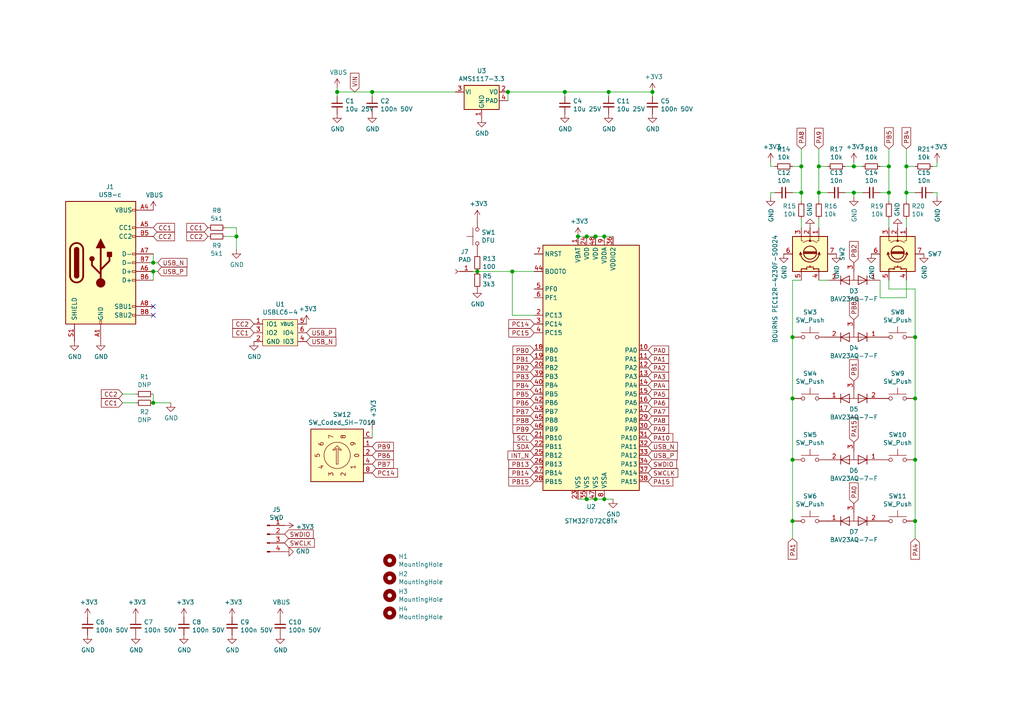
<source format=kicad_sch>
(kicad_sch (version 20200828) (generator eeschema)
  (page 1 1)
  (paper "A4")
  (lib_symbols
    (symbol "Connector:Conn_01x01_Female" (pin_names (offset 1.016) hide)
      (property "Reference" "J" (at 0 2.54 0))
      (property "Value" "Conn_01x01_Female" (at 0 -2.54 0))
      (symbol "Conn_01x01_Female_1_1"
        (arc (start 0 0.508) (end 0 -0.508) (radius (at 0 0) (length 0.508) (angles 90.1 -90.1)) (stroke (width 0.1524)))
        (polyline (pts (xy -1.27 0) (xy -0.508 0)) (stroke (width 0.1524)))
        (pin passive line (at -5.08 0 0) (length 3.81) (name "Pin_1") (number "1"))
      )
    )
    (symbol "Connector:Conn_01x04_Male" (pin_names (offset 1.016) hide)
      (property "Reference" "J" (at 0 5.08 0))
      (property "Value" "Conn_01x04_Male" (at 0 -7.62 0))
      (symbol "Conn_01x04_Male_1_1"
        (rectangle (start 0.8636 -4.953) (end 0 -5.207) (stroke (width 0.1524)) (fill (type outline)))
        (rectangle (start 0.8636 -2.413) (end 0 -2.667) (stroke (width 0.1524)) (fill (type outline)))
        (rectangle (start 0.8636 0.127) (end 0 -0.127) (stroke (width 0.1524)) (fill (type outline)))
        (rectangle (start 0.8636 2.667) (end 0 2.413) (stroke (width 0.1524)) (fill (type outline)))
        (polyline (pts (xy 1.27 -5.08) (xy 0.8636 -5.08)) (stroke (width 0.1524)))
        (polyline (pts (xy 1.27 -2.54) (xy 0.8636 -2.54)) (stroke (width 0.1524)))
        (polyline (pts (xy 1.27 0) (xy 0.8636 0)) (stroke (width 0.1524)))
        (polyline (pts (xy 1.27 2.54) (xy 0.8636 2.54)) (stroke (width 0.1524)))
        (pin passive line (at 5.08 2.54 180) (length 3.81) (name "Pin_1") (number "1"))
        (pin passive line (at 5.08 0 180) (length 3.81) (name "Pin_2") (number "2"))
        (pin passive line (at 5.08 -2.54 180) (length 3.81) (name "Pin_3") (number "3"))
        (pin passive line (at 5.08 -5.08 180) (length 3.81) (name "Pin_4") (number "4"))
      )
    )
    (symbol "Connector:USB_C_Receptacle_USB2.0" (pin_names (offset 1.016))
      (property "Reference" "J" (at -10.16 19.05 0))
      (property "Value" "USB_C_Receptacle_USB2.0" (at 19.05 19.05 0))
      (symbol "USB_C_Receptacle_USB2.0_0_1"
        (arc (start -8.89 -3.81) (end -5.08 -3.81) (radius (at -6.985 -3.81) (length 1.905) (angles -179.9 -0.1)) (stroke (width 0.508)))
        (arc (start -7.62 -3.81) (end -6.35 -3.81) (radius (at -6.985 -3.81) (length 0.635) (angles -179.9 -0.1)) (stroke (width 0.254)))
        (arc (start -7.62 -3.81) (end -6.35 -3.81) (radius (at -6.985 -3.81) (length 0.635) (angles -179.9 -0.1)) (stroke (width 0.254)) (fill (type outline)))
        (arc (start -6.35 3.81) (end -7.62 3.81) (radius (at -6.985 3.81) (length 0.635) (angles 0.1 179.9)) (stroke (width 0.254)) (fill (type outline)))
        (arc (start -6.35 3.81) (end -7.62 3.81) (radius (at -6.985 3.81) (length 0.635) (angles 0.1 179.9)) (stroke (width 0.254)))
        (arc (start -5.08 3.81) (end -8.89 3.81) (radius (at -6.985 3.81) (length 1.905) (angles 0.1 179.9)) (stroke (width 0.508)))
        (circle (center -2.54 1.143) (radius 0.635) (stroke (width 0.254)) (fill (type outline)))
        (circle (center 0 -5.842) (radius 1.27) (fill (type outline)))
        (rectangle (start -10.16 17.78) (end 10.16 -17.78) (stroke (width 0.254)) (fill (type background)))
        (rectangle (start -7.62 -3.81) (end -6.35 3.81) (stroke (width 0.254)) (fill (type outline)))
        (rectangle (start 1.905 1.778) (end 3.175 3.048) (stroke (width 0.254)) (fill (type outline)))
        (polyline (pts (xy -8.89 -3.81) (xy -8.89 3.81)) (stroke (width 0.508)))
        (polyline (pts (xy -5.08 3.81) (xy -5.08 -3.81)) (stroke (width 0.508)))
        (polyline (pts (xy 0 -5.842) (xy 0 4.318)) (stroke (width 0.508)))
        (polyline (pts (xy 0 -3.302) (xy -2.54 -0.762) (xy -2.54 0.508)) (stroke (width 0.508)))
        (polyline (pts (xy 0 -2.032) (xy 2.54 0.508) (xy 2.54 1.778)) (stroke (width 0.508)))
        (polyline (pts (xy -1.27 4.318) (xy 0 6.858) (xy 1.27 4.318) (xy -1.27 4.318)) (stroke (width 0.254)) (fill (type outline)))
      )
      (symbol "USB_C_Receptacle_USB2.0_0_0"
        (rectangle (start -0.254 -17.78) (end 0.254 -16.764))
        (rectangle (start 10.16 -14.986) (end 9.144 -15.494))
        (rectangle (start 10.16 -12.446) (end 9.144 -12.954))
        (rectangle (start 10.16 -4.826) (end 9.144 -5.334))
        (rectangle (start 10.16 -2.286) (end 9.144 -2.794))
        (rectangle (start 10.16 0.254) (end 9.144 -0.254))
        (rectangle (start 10.16 2.794) (end 9.144 2.286))
        (rectangle (start 10.16 7.874) (end 9.144 7.366))
        (rectangle (start 10.16 10.414) (end 9.144 9.906))
        (rectangle (start 10.16 15.494) (end 9.144 14.986))
      )
      (symbol "USB_C_Receptacle_USB2.0_1_1"
        (pin power_in line (at 0 -22.86 90) (length 5.08) (name "GND") (number "A1"))
        (pin passive line (at 0 -22.86 90) (length 5.08) hide (name "GND") (number "A12"))
        (pin power_in line (at 15.24 15.24 180) (length 5.08) (name "VBUS") (number "A4"))
        (pin bidirectional line (at 15.24 10.16 180) (length 5.08) (name "CC1") (number "A5"))
        (pin bidirectional line (at 15.24 -2.54 180) (length 5.08) (name "D+") (number "A6"))
        (pin bidirectional line (at 15.24 2.54 180) (length 5.08) (name "D-") (number "A7"))
        (pin bidirectional line (at 15.24 -12.7 180) (length 5.08) (name "SBU1") (number "A8"))
        (pin passive line (at 15.24 15.24 180) (length 5.08) hide (name "VBUS") (number "A9"))
        (pin passive line (at 0 -22.86 90) (length 5.08) hide (name "GND") (number "B1"))
        (pin passive line (at 0 -22.86 90) (length 5.08) hide (name "GND") (number "B12"))
        (pin passive line (at 15.24 15.24 180) (length 5.08) hide (name "VBUS") (number "B4"))
        (pin bidirectional line (at 15.24 7.62 180) (length 5.08) (name "CC2") (number "B5"))
        (pin bidirectional line (at 15.24 -5.08 180) (length 5.08) (name "D+") (number "B6"))
        (pin bidirectional line (at 15.24 0 180) (length 5.08) (name "D-") (number "B7"))
        (pin bidirectional line (at 15.24 -15.24 180) (length 5.08) (name "SBU2") (number "B8"))
        (pin passive line (at 15.24 15.24 180) (length 5.08) hide (name "VBUS") (number "B9"))
        (pin passive line (at -7.62 -22.86 90) (length 5.08) (name "SHIELD") (number "S1"))
      )
    )
    (symbol "Device:C_Small" (pin_numbers hide) (pin_names (offset 0.254) hide)
      (property "Reference" "C" (at 0.254 1.778 0))
      (property "Value" "C_Small" (at 0.254 -2.032 0))
      (symbol "C_Small_0_1"
        (polyline (pts (xy -1.524 -0.508) (xy 1.524 -0.508)) (stroke (width 0.3302)))
        (polyline (pts (xy -1.524 0.508) (xy 1.524 0.508)) (stroke (width 0.3048)))
      )
      (symbol "C_Small_1_1"
        (pin passive line (at 0 2.54 270) (length 2.032) (name "~") (number "1"))
        (pin passive line (at 0 -2.54 90) (length 2.032) (name "~") (number "2"))
      )
    )
    (symbol "Device:D_x2_ACom_KKA" (pin_names (offset 0.762) hide)
      (property "Reference" "D" (at 1.27 -2.54 0))
      (property "Value" "D_x2_ACom_KKA" (at 0 2.54 0))
      (symbol "D_x2_ACom_KKA_0_1"
        (polyline (pts (xy -3.81 0) (xy 3.81 0)))
        (polyline (pts (xy 0 0) (xy 0 -2.54)))
        (polyline (pts (xy -3.81 1.27) (xy -3.81 -1.27) (xy -3.81 -1.27)) (stroke (width 0.2032)))
        (polyline (pts (xy 3.81 1.27) (xy 3.81 -1.27) (xy 3.81 -1.27)) (stroke (width 0.2032)))
        (polyline (pts (xy -1.27 -1.27) (xy -3.81 0) (xy -1.27 1.27) (xy -1.27 -1.27) (xy -1.27 -1.27) (xy -1.27 -1.27)) (stroke (width 0.2032)))
        (polyline (pts (xy 1.27 1.27) (xy 3.81 0) (xy 1.27 -1.27) (xy 1.27 1.27) (xy 1.27 1.27) (xy 1.27 1.27)) (stroke (width 0.2032)))
        (pin passive line (at -7.62 0 0) (length 3.81) (name "K") (number "1"))
        (pin passive line (at 7.62 0 180) (length 3.81) (name "K") (number "2"))
        (pin passive line (at 0 -5.08 90) (length 2.54) (name "A") (number "3"))
      )
    )
    (symbol "Device:R_Small" (pin_numbers hide) (pin_names (offset 0.254) hide)
      (property "Reference" "R" (at 0.762 0.508 0))
      (property "Value" "R_Small" (at 0.762 -1.016 0))
      (symbol "R_Small_0_1"
        (rectangle (start -0.762 1.778) (end 0.762 -1.778) (stroke (width 0.2032)))
      )
      (symbol "R_Small_1_1"
        (pin passive line (at 0 2.54 270) (length 0.762) (name "~") (number "1"))
        (pin passive line (at 0 -2.54 90) (length 0.762) (name "~") (number "2"))
      )
    )
    (symbol "MCU_ST_STM32F0:STM32F072C8Tx"
      (property "Reference" "U" (at -15.24 36.83 0))
      (property "Value" "STM32F072C8Tx" (at 7.62 36.83 0))
      (symbol "STM32F072C8Tx_0_1"
        (rectangle (start -15.24 -35.56) (end 12.7 35.56) (stroke (width 0.254)) (fill (type background)))
      )
      (symbol "STM32F072C8Tx_1_1"
        (pin input line (at -17.78 27.94 0) (length 2.54) (name "BOOT0") (number "44"))
        (pin input line (at -17.78 33.02 0) (length 2.54) (name "NRST") (number "7"))
        (pin bidirectional line (at 15.24 5.08 180) (length 2.54) (name "PA0") (number "10"))
        (pin bidirectional line (at 15.24 2.54 180) (length 2.54) (name "PA1") (number "11"))
        (pin bidirectional line (at 15.24 -20.32 180) (length 2.54) (name "PA10") (number "31"))
        (pin bidirectional line (at 15.24 -22.86 180) (length 2.54) (name "PA11") (number "32"))
        (pin bidirectional line (at 15.24 -25.4 180) (length 2.54) (name "PA12") (number "33"))
        (pin bidirectional line (at 15.24 -27.94 180) (length 2.54) (name "PA13") (number "34"))
        (pin bidirectional line (at 15.24 -30.48 180) (length 2.54) (name "PA14") (number "37"))
        (pin bidirectional line (at 15.24 -33.02 180) (length 2.54) (name "PA15") (number "38"))
        (pin bidirectional line (at 15.24 0 180) (length 2.54) (name "PA2") (number "12"))
        (pin bidirectional line (at 15.24 -2.54 180) (length 2.54) (name "PA3") (number "13"))
        (pin bidirectional line (at 15.24 -5.08 180) (length 2.54) (name "PA4") (number "14"))
        (pin bidirectional line (at 15.24 -7.62 180) (length 2.54) (name "PA5") (number "15"))
        (pin bidirectional line (at 15.24 -10.16 180) (length 2.54) (name "PA6") (number "16"))
        (pin bidirectional line (at 15.24 -12.7 180) (length 2.54) (name "PA7") (number "17"))
        (pin bidirectional line (at 15.24 -15.24 180) (length 2.54) (name "PA8") (number "29"))
        (pin bidirectional line (at 15.24 -17.78 180) (length 2.54) (name "PA9") (number "30"))
        (pin bidirectional line (at -17.78 5.08 0) (length 2.54) (name "PB0") (number "18"))
        (pin bidirectional line (at -17.78 2.54 0) (length 2.54) (name "PB1") (number "19"))
        (pin bidirectional line (at -17.78 -20.32 0) (length 2.54) (name "PB10") (number "21"))
        (pin bidirectional line (at -17.78 -22.86 0) (length 2.54) (name "PB11") (number "22"))
        (pin bidirectional line (at -17.78 -25.4 0) (length 2.54) (name "PB12") (number "25"))
        (pin bidirectional line (at -17.78 -27.94 0) (length 2.54) (name "PB13") (number "26"))
        (pin bidirectional line (at -17.78 -30.48 0) (length 2.54) (name "PB14") (number "27"))
        (pin bidirectional line (at -17.78 -33.02 0) (length 2.54) (name "PB15") (number "28"))
        (pin bidirectional line (at -17.78 0 0) (length 2.54) (name "PB2") (number "20"))
        (pin bidirectional line (at -17.78 -2.54 0) (length 2.54) (name "PB3") (number "39"))
        (pin bidirectional line (at -17.78 -5.08 0) (length 2.54) (name "PB4") (number "40"))
        (pin bidirectional line (at -17.78 -7.62 0) (length 2.54) (name "PB5") (number "41"))
        (pin bidirectional line (at -17.78 -10.16 0) (length 2.54) (name "PB6") (number "42"))
        (pin bidirectional line (at -17.78 -12.7 0) (length 2.54) (name "PB7") (number "43"))
        (pin bidirectional line (at -17.78 -15.24 0) (length 2.54) (name "PB8") (number "45"))
        (pin bidirectional line (at -17.78 -17.78 0) (length 2.54) (name "PB9") (number "46"))
        (pin bidirectional line (at -17.78 15.24 0) (length 2.54) (name "PC13") (number "2"))
        (pin bidirectional line (at -17.78 12.7 0) (length 2.54) (name "PC14") (number "3"))
        (pin bidirectional line (at -17.78 10.16 0) (length 2.54) (name "PC15") (number "4"))
        (pin input line (at -17.78 22.86 0) (length 2.54) (name "PF0") (number "5"))
        (pin input line (at -17.78 20.32 0) (length 2.54) (name "PF1") (number "6"))
        (pin power_in line (at -5.08 38.1 270) (length 2.54) (name "VBAT") (number "1"))
        (pin power_in line (at -2.54 38.1 270) (length 2.54) (name "VDD") (number "24"))
        (pin power_in line (at 0 38.1 270) (length 2.54) (name "VDD") (number "48"))
        (pin power_in line (at 2.54 38.1 270) (length 2.54) (name "VDDA") (number "9"))
        (pin power_in line (at 5.08 38.1 270) (length 2.54) (name "VDDIO2") (number "36"))
        (pin power_in line (at -5.08 -38.1 90) (length 2.54) (name "VSS") (number "23"))
        (pin power_in line (at -2.54 -38.1 90) (length 2.54) (name "VSS") (number "35"))
        (pin power_in line (at 0 -38.1 90) (length 2.54) (name "VSS") (number "47"))
        (pin power_in line (at 2.54 -38.1 90) (length 2.54) (name "VSSA") (number "8"))
      )
    )
    (symbol "Mechanical:MountingHole" (pin_names (offset 1.016))
      (property "Reference" "H" (at 0 5.08 0))
      (property "Value" "MountingHole" (at 0 3.175 0))
      (symbol "MountingHole_0_1"
        (circle (center 0 0) (radius 1.27) (stroke (width 1.27)))
      )
    )
    (symbol "New_Library:Rotary_Encoder_Switch_with_gnd" (pin_names (offset 0.254) hide)
      (property "Reference" "SW" (at 3.81 6.35 0))
      (property "Value" "Rotary_Encoder_Switch_with_gnd" (at 12.7 -6.35 0))
      (symbol "Rotary_Encoder_Switch_with_gnd_0_1"
        (arc (start -0.381 -2.794) (end -0.381 2.667) (radius (at -0.381 -0.0508) (length 2.7432) (angles -89.9 89.9)) (stroke (width 0.254)))
        (circle (center -3.81 0) (radius 0.254) (fill (type outline)))
        (circle (center -0.381 0) (radius 1.905) (stroke (width 0.254)))
        (circle (center 4.318 -1.016) (radius 0.127) (stroke (width 0.254)))
        (circle (center 4.318 1.016) (radius 0.127) (stroke (width 0.254)))
        (rectangle (start -5.08 5.08) (end 5.08 -5.08) (stroke (width 0.254)) (fill (type background)))
        (polyline (pts (xy -0.635 -1.778) (xy -0.635 1.778)) (stroke (width 0.254)))
        (polyline (pts (xy -0.381 -1.778) (xy -0.381 1.778)) (stroke (width 0.254)))
        (polyline (pts (xy -0.127 1.778) (xy -0.127 -1.778)) (stroke (width 0.254)))
        (polyline (pts (xy 3.81 0) (xy 3.429 0)) (stroke (width 0.254)))
        (polyline (pts (xy 3.81 1.016) (xy 3.81 -1.016)) (stroke (width 0.254)))
        (polyline (pts (xy -5.08 -2.54) (xy -3.81 -2.54) (xy -3.81 -2.032)))
        (polyline (pts (xy -5.08 2.54) (xy -3.81 2.54) (xy -3.81 2.032)))
        (polyline (pts (xy 0.254 -3.048) (xy -0.508 -2.794) (xy 0.127 -2.413)) (stroke (width 0.254)))
        (polyline (pts (xy 0.254 2.921) (xy -0.508 2.667) (xy 0.127 2.286)) (stroke (width 0.254)))
        (polyline (pts (xy 5.08 -2.54) (xy 4.318 -2.54) (xy 4.318 -1.016)) (stroke (width 0.254)))
        (polyline (pts (xy 5.08 2.54) (xy 4.318 2.54) (xy 4.318 1.016)) (stroke (width 0.254)))
        (polyline (pts (xy -5.08 0) (xy -3.81 0) (xy -3.81 -1.016) (xy -3.302 -2.032)))
        (polyline (pts (xy -4.318 0) (xy -3.81 0) (xy -3.81 1.016) (xy -3.302 2.032)))
      )
      (symbol "Rotary_Encoder_Switch_with_gnd_1_1"
        (pin passive line (at -7.62 2.54 0) (length 2.54) (name "A") (number "1"))
        (pin passive line (at -7.62 0 0) (length 2.54) (name "C") (number "2"))
        (pin passive line (at -7.62 -2.54 0) (length 2.54) (name "B") (number "3"))
        (pin passive line (at 7.62 2.54 180) (length 2.54) (name "S1") (number "4"))
        (pin passive line (at 7.62 -2.54 180) (length 2.54) (name "S2") (number "5"))
        (pin passive line (at 0 -7.62 90) (length 2.54) (name "case") (number "6"))
        (pin passive line (at 0 7.62 270) (length 2.54) (name "case") (number "7"))
      )
    )
    (symbol "OtterPill-rescue:USBLC6-4-otter" (pin_names (offset 1.016))
      (property "Reference" "U" (at 0 7.62 0))
      (property "Value" "USBLC6-4-otter" (at 0 5.08 0))
      (symbol "USBLC6-4-otter_0_1"
        (rectangle (start -5.08 3.81) (end 5.08 -3.81) (fill (type background)))
      )
      (symbol "USBLC6-4-otter_1_1"
        (pin input line (at -7.62 2.54 0) (length 2.54) (name "IO1") (number "1"))
        (pin input line (at -7.62 -2.54 0) (length 2.54) (name "GND") (number "2"))
        (pin input line (at -7.62 0 0) (length 2.54) (name "IO2") (number "3"))
        (pin input line (at 7.62 -2.54 180) (length 2.54) (name "IO3") (number "4"))
        (pin input line (at 7.62 2.54 180) (length 2.54) (name "VBUS") (number "5"))
        (pin input line (at 7.62 0 180) (length 2.54) (name "IO4") (number "6"))
      )
    )
    (symbol "Regulator_Linear:AMS1117-3.3" (pin_names (offset 0.254))
      (property "Reference" "U" (at -3.81 3.175 0))
      (property "Value" "AMS1117-3.3" (at 0 3.175 0))
      (symbol "AMS1117-3.3_0_1"
        (rectangle (start -5.08 -5.08) (end 5.08 1.905) (stroke (width 0.254)) (fill (type background)))
      )
      (symbol "AMS1117-3.3_1_1"
        (pin power_in line (at 0 -7.62 90) (length 2.54) (name "GND") (number "1"))
        (pin power_out line (at 7.62 0 180) (length 2.54) (name "VO") (number "2"))
        (pin power_in line (at -7.62 0 0) (length 2.54) (name "VI") (number "3"))
        (pin power_out line (at 7.62 -2.54 180) (length 2.54) (name "PAD") (number "4"))
      )
    )
    (symbol "Switch:SW_Coded_SH-7010" (pin_names hide)
      (property "Reference" "SW" (at -7.62 8.89 0))
      (property "Value" "SW_Coded_SH-7010" (at -7.62 -8.89 0))
      (symbol "SW_Coded_SH-7010_0_1"
        (circle (center 0 0) (radius 3.81))
        (rectangle (start 7.62 7.62) (end -7.62 -7.62) (stroke (width 0.254)) (fill (type background)))
        (polyline (pts (xy -0.254 -2.54) (xy -0.254 2.032) (xy -0.762 1.524) (xy -1.27 1.524) (xy 0 2.794) (xy 1.27 1.524) (xy 0.762 1.524) (xy 0.254 2.032) (xy 0.254 -2.54) (xy -0.254 -2.54) (xy -0.254 -2.54)))
      )
      (symbol "SW_Coded_SH-7010_0_0"
        (text "0" (at 5.715 0 2700) (effects (font (size 1.27 1.27))))
        (text "1" (at 4.6228 -3.3528 2340) (effects (font (size 1.27 1.27))))
        (text "2" (at 1.778 -5.4356 1980) (effects (font (size 1.27 1.27))))
        (text "3" (at -1.778 -5.4356 1620) (effects (font (size 1.27 1.27))))
        (text "4" (at -4.6228 -3.3528 1260) (effects (font (size 1.27 1.27))))
        (text "5" (at -5.715 0 900) (effects (font (size 1.27 1.27))))
        (text "6" (at -4.6228 3.3528 540) (effects (font (size 1.27 1.27))))
        (text "7" (at -1.778 5.4356 180) (effects (font (size 1.27 1.27))))
        (text "8" (at 1.778 5.4356 3420) (effects (font (size 1.27 1.27))))
        (text "9" (at 4.6228 3.3528 3060) (effects (font (size 1.27 1.27))))
      )
      (symbol "SW_Coded_SH-7010_1_1"
        (pin passive line (at 10.16 2.54 180) (length 2.54) (name "1") (number "1"))
        (pin passive line (at 10.16 0 180) (length 2.54) (name "2") (number "2"))
        (pin passive line (at 10.16 -2.54 180) (length 2.54) (name "4") (number "4"))
        (pin passive line (at 10.16 -5.08 180) (length 2.54) (name "8") (number "8"))
        (pin passive line (at 10.16 5.08 180) (length 2.54) (name "C") (number "C"))
      )
    )
    (symbol "Switch:SW_Push" (pin_numbers hide) (pin_names (offset 1.016) hide)
      (property "Reference" "SW" (at 1.27 2.54 0))
      (property "Value" "SW_Push" (at 0 -1.524 0))
      (symbol "SW_Push_0_1"
        (circle (center -2.032 0) (radius 0.508))
        (circle (center 2.032 0) (radius 0.508))
        (polyline (pts (xy 0 1.27) (xy 0 3.048)))
        (polyline (pts (xy 2.54 1.27) (xy -2.54 1.27)))
        (pin passive line (at -5.08 0 0) (length 2.54) (name "1") (number "1"))
        (pin passive line (at 5.08 0 180) (length 2.54) (name "2") (number "2"))
      )
    )
    (symbol "power:+3V3" (power) (pin_names (offset 0))
      (property "Value" "+3V3" (at 0 3.556 0))
      (symbol "+3V3_0_1"
        (polyline (pts (xy -0.762 1.27) (xy 0 2.54)))
        (polyline (pts (xy 0 0) (xy 0 2.54)))
        (polyline (pts (xy 0 2.54) (xy 0.762 1.27)))
      )
      (symbol "+3V3_1_1"
        (pin power_in line (at 0 0 90) (length 0) hide (name "+3V3") (number "1"))
      )
    )
    (symbol "power:GND" (power) (pin_names (offset 0))
      (property "Value" "GND" (at 0 -3.81 0))
      (symbol "GND_0_1"
        (polyline (pts (xy 0 0) (xy 0 -1.27) (xy 1.27 -1.27) (xy 0 -2.54) (xy -1.27 -1.27) (xy 0 -1.27)))
      )
      (symbol "GND_1_1"
        (pin power_in line (at 0 0 270) (length 0) hide (name "GND") (number "1"))
      )
    )
    (symbol "power:VBUS" (power) (pin_names (offset 0))
      (property "Value" "VBUS" (at 0 3.81 0))
      (symbol "VBUS_0_1"
        (polyline (pts (xy -0.762 1.27) (xy 0 2.54)))
        (polyline (pts (xy 0 0) (xy 0 2.54)))
        (polyline (pts (xy 0 2.54) (xy 0.762 1.27)))
      )
      (symbol "VBUS_1_1"
        (pin power_in line (at 0 0 90) (length 0) hide (name "VBUS") (number "1"))
      )
    )
  )
  (junction (at 44.45 76.2) (diameter 1.016))
  (junction (at 44.45 78.74) (diameter 1.016))
  (junction (at 44.45 116.84) (diameter 1.016))
  (junction (at 68.58 68.58) (diameter 1.016))
  (junction (at 97.79 26.67) (diameter 1.016))
  (junction (at 107.95 26.67) (diameter 1.016))
  (junction (at 138.43 78.74) (diameter 1.016))
  (junction (at 147.32 26.67) (diameter 1.016))
  (junction (at 148.59 78.74) (diameter 1.016))
  (junction (at 163.83 26.67) (diameter 1.016))
  (junction (at 167.64 68.58) (diameter 1.016))
  (junction (at 170.18 68.58) (diameter 1.016))
  (junction (at 170.18 144.78) (diameter 1.016))
  (junction (at 172.72 68.58) (diameter 1.016))
  (junction (at 172.72 144.78) (diameter 1.016))
  (junction (at 175.26 68.58) (diameter 1.016))
  (junction (at 175.26 144.78) (diameter 1.016))
  (junction (at 176.53 26.67) (diameter 1.016))
  (junction (at 189.23 26.67) (diameter 1.016))
  (junction (at 229.87 97.79) (diameter 1.016))
  (junction (at 229.87 115.57) (diameter 1.016))
  (junction (at 229.87 133.35) (diameter 1.016))
  (junction (at 229.87 151.13) (diameter 1.016))
  (junction (at 232.41 48.26) (diameter 1.016))
  (junction (at 232.41 55.88) (diameter 1.016))
  (junction (at 237.49 48.26) (diameter 1.016))
  (junction (at 237.49 55.88) (diameter 1.016))
  (junction (at 247.65 48.26) (diameter 1.016))
  (junction (at 247.65 55.88) (diameter 1.016))
  (junction (at 257.81 48.26) (diameter 1.016))
  (junction (at 257.81 55.88) (diameter 1.016))
  (junction (at 262.89 48.26) (diameter 1.016))
  (junction (at 262.89 55.88) (diameter 1.016))
  (junction (at 265.43 97.79) (diameter 1.016))
  (junction (at 265.43 115.57) (diameter 1.016))
  (junction (at 265.43 133.35) (diameter 1.016))
  (junction (at 265.43 151.13) (diameter 1.016))
  (no_connect (at 44.45 88.9))
  (no_connect (at 44.45 91.44))
  (wire (pts (xy 35.56 114.3) (xy 39.37 114.3)))
  (wire (pts (xy 39.37 116.84) (xy 35.56 116.84)))
  (wire (pts (xy 44.45 73.66) (xy 44.45 76.2)))
  (wire (pts (xy 44.45 78.74) (xy 45.72 78.74)))
  (wire (pts (xy 44.45 81.28) (xy 44.45 78.74)))
  (wire (pts (xy 44.45 114.3) (xy 44.45 116.84)))
  (wire (pts (xy 45.72 76.2) (xy 44.45 76.2)))
  (wire (pts (xy 49.53 116.84) (xy 44.45 116.84)))
  (wire (pts (xy 65.405 68.58) (xy 68.58 68.58)))
  (wire (pts (xy 68.58 66.04) (xy 65.405 66.04)))
  (wire (pts (xy 68.58 68.58) (xy 68.58 66.04)))
  (wire (pts (xy 68.58 72.39) (xy 68.58 68.58)))
  (wire (pts (xy 97.79 26.67) (xy 97.79 25.4)))
  (wire (pts (xy 97.79 26.67) (xy 107.95 26.67)))
  (wire (pts (xy 97.79 27.94) (xy 97.79 26.67)))
  (wire (pts (xy 107.95 26.67) (xy 120.65 26.67)))
  (wire (pts (xy 107.95 27.94) (xy 107.95 26.67)))
  (wire (pts (xy 107.95 124.46) (xy 107.95 127)))
  (wire (pts (xy 120.65 26.67) (xy 132.08 26.67)))
  (wire (pts (xy 137.16 78.74) (xy 138.43 78.74)))
  (wire (pts (xy 147.32 26.67) (xy 147.32 29.21)))
  (wire (pts (xy 147.32 26.67) (xy 156.21 26.67)))
  (wire (pts (xy 148.59 78.74) (xy 138.43 78.74)))
  (wire (pts (xy 148.59 91.44) (xy 148.59 78.74)))
  (wire (pts (xy 154.94 78.74) (xy 148.59 78.74)))
  (wire (pts (xy 154.94 91.44) (xy 148.59 91.44)))
  (wire (pts (xy 156.21 26.67) (xy 163.83 26.67)))
  (wire (pts (xy 163.83 26.67) (xy 176.53 26.67)))
  (wire (pts (xy 163.83 27.94) (xy 163.83 26.67)))
  (wire (pts (xy 170.18 68.58) (xy 167.64 68.58)))
  (wire (pts (xy 170.18 144.78) (xy 167.64 144.78)))
  (wire (pts (xy 172.72 68.58) (xy 170.18 68.58)))
  (wire (pts (xy 172.72 144.78) (xy 170.18 144.78)))
  (wire (pts (xy 175.26 68.58) (xy 172.72 68.58)))
  (wire (pts (xy 175.26 144.78) (xy 172.72 144.78)))
  (wire (pts (xy 175.26 144.78) (xy 177.8 144.78)))
  (wire (pts (xy 176.53 26.67) (xy 189.23 26.67)))
  (wire (pts (xy 176.53 27.94) (xy 176.53 26.67)))
  (wire (pts (xy 177.8 68.58) (xy 175.26 68.58)))
  (wire (pts (xy 189.23 27.94) (xy 189.23 26.67)))
  (wire (pts (xy 223.52 46.99) (xy 223.52 48.26)))
  (wire (pts (xy 223.52 48.26) (xy 224.79 48.26)))
  (wire (pts (xy 223.52 55.88) (xy 224.79 55.88)))
  (wire (pts (xy 223.52 57.15) (xy 223.52 55.88)))
  (wire (pts (xy 229.87 48.26) (xy 232.41 48.26)))
  (wire (pts (xy 229.87 55.88) (xy 232.41 55.88)))
  (wire (pts (xy 229.87 81.28) (xy 229.87 97.79)))
  (wire (pts (xy 229.87 97.79) (xy 229.87 115.57)))
  (wire (pts (xy 229.87 115.57) (xy 229.87 133.35)))
  (wire (pts (xy 229.87 133.35) (xy 229.87 151.13)))
  (wire (pts (xy 229.87 151.13) (xy 229.87 156.21)))
  (wire (pts (xy 232.41 48.26) (xy 232.41 43.18)))
  (wire (pts (xy 232.41 55.88) (xy 232.41 48.26)))
  (wire (pts (xy 232.41 58.42) (xy 232.41 55.88)))
  (wire (pts (xy 232.41 66.04) (xy 232.41 63.5)))
  (wire (pts (xy 232.41 81.28) (xy 229.87 81.28)))
  (wire (pts (xy 237.49 48.26) (xy 237.49 43.18)))
  (wire (pts (xy 237.49 48.26) (xy 240.03 48.26)))
  (wire (pts (xy 237.49 55.88) (xy 237.49 48.26)))
  (wire (pts (xy 237.49 55.88) (xy 240.03 55.88)))
  (wire (pts (xy 237.49 58.42) (xy 237.49 55.88)))
  (wire (pts (xy 237.49 66.04) (xy 237.49 63.5)))
  (wire (pts (xy 240.03 81.28) (xy 237.49 81.28)))
  (wire (pts (xy 245.11 48.26) (xy 247.65 48.26)))
  (wire (pts (xy 247.65 46.99) (xy 247.65 48.26)))
  (wire (pts (xy 247.65 48.26) (xy 250.19 48.26)))
  (wire (pts (xy 247.65 55.88) (xy 245.11 55.88)))
  (wire (pts (xy 247.65 55.88) (xy 250.19 55.88)))
  (wire (pts (xy 247.65 57.15) (xy 247.65 55.88)))
  (wire (pts (xy 255.27 48.26) (xy 257.81 48.26)))
  (wire (pts (xy 255.27 55.88) (xy 257.81 55.88)))
  (wire (pts (xy 255.27 81.28) (xy 255.27 86.36)))
  (wire (pts (xy 255.27 86.36) (xy 262.89 86.36)))
  (wire (pts (xy 257.81 48.26) (xy 257.81 43.18)))
  (wire (pts (xy 257.81 55.88) (xy 257.81 48.26)))
  (wire (pts (xy 257.81 58.42) (xy 257.81 55.88)))
  (wire (pts (xy 257.81 66.04) (xy 257.81 63.5)))
  (wire (pts (xy 257.81 83.82) (xy 257.81 81.28)))
  (wire (pts (xy 262.89 48.26) (xy 262.89 43.18)))
  (wire (pts (xy 262.89 48.26) (xy 265.43 48.26)))
  (wire (pts (xy 262.89 55.88) (xy 262.89 48.26)))
  (wire (pts (xy 262.89 55.88) (xy 265.43 55.88)))
  (wire (pts (xy 262.89 58.42) (xy 262.89 55.88)))
  (wire (pts (xy 262.89 66.04) (xy 262.89 63.5)))
  (wire (pts (xy 262.89 86.36) (xy 262.89 81.28)))
  (wire (pts (xy 265.43 83.82) (xy 257.81 83.82)))
  (wire (pts (xy 265.43 97.79) (xy 265.43 83.82)))
  (wire (pts (xy 265.43 97.79) (xy 265.43 115.57)))
  (wire (pts (xy 265.43 115.57) (xy 265.43 133.35)))
  (wire (pts (xy 265.43 133.35) (xy 265.43 151.13)))
  (wire (pts (xy 265.43 151.13) (xy 265.43 156.21)))
  (wire (pts (xy 271.78 46.99) (xy 271.78 48.26)))
  (wire (pts (xy 271.78 48.26) (xy 270.51 48.26)))
  (wire (pts (xy 271.78 55.88) (xy 270.51 55.88)))
  (wire (pts (xy 271.78 57.15) (xy 271.78 55.88)))
  (global_label "CC2" (shape input) (at 35.56 114.3 180))
  (global_label "CC1" (shape input) (at 35.56 116.84 180))
  (global_label "CC1" (shape input) (at 44.45 66.04 0))
  (global_label "CC2" (shape input) (at 44.45 68.58 0))
  (global_label "USB_N" (shape input) (at 45.72 76.2 0))
  (global_label "USB_P" (shape input) (at 45.72 78.74 0))
  (global_label "CC1" (shape input) (at 60.325 66.04 180))
  (global_label "CC2" (shape input) (at 60.325 68.58 180))
  (global_label "CC2" (shape input) (at 73.66 93.98 180))
  (global_label "CC1" (shape input) (at 73.66 96.52 180))
  (global_label "SWDIO" (shape input) (at 82.55 154.94 0))
  (global_label "SWCLK" (shape input) (at 82.55 157.48 0))
  (global_label "USB_P" (shape input) (at 88.9 96.52 0))
  (global_label "USB_N" (shape input) (at 88.9 99.06 0))
  (global_label "VIN" (shape input) (at 102.87 26.67 90))
  (global_label "PB9" (shape input) (at 107.95 129.54 0))
  (global_label "PB6" (shape input) (at 107.95 132.08 0))
  (global_label "PB7" (shape input) (at 107.95 134.62 0))
  (global_label "PC14" (shape input) (at 107.95 137.16 0))
  (global_label "PC14" (shape input) (at 154.94 93.98 180))
  (global_label "PC15" (shape input) (at 154.94 96.52 180))
  (global_label "PB0" (shape input) (at 154.94 101.6 180))
  (global_label "PB1" (shape input) (at 154.94 104.14 180))
  (global_label "PB2" (shape input) (at 154.94 106.68 180))
  (global_label "PB3" (shape input) (at 154.94 109.22 180))
  (global_label "PB4" (shape input) (at 154.94 111.76 180))
  (global_label "PB5" (shape input) (at 154.94 114.3 180))
  (global_label "PB6" (shape input) (at 154.94 116.84 180))
  (global_label "PB7" (shape input) (at 154.94 119.38 180))
  (global_label "PB8" (shape input) (at 154.94 121.92 180))
  (global_label "PB9" (shape input) (at 154.94 124.46 180))
  (global_label "SCL" (shape input) (at 154.94 127 180))
  (global_label "SDA" (shape input) (at 154.94 129.54 180))
  (global_label "INT_N" (shape input) (at 154.94 132.08 180))
  (global_label "PB13" (shape input) (at 154.94 134.62 180))
  (global_label "PB14" (shape input) (at 154.94 137.16 180))
  (global_label "PB15" (shape input) (at 154.94 139.7 180))
  (global_label "PA0" (shape input) (at 187.96 101.6 0))
  (global_label "PA1" (shape input) (at 187.96 104.14 0))
  (global_label "PA2" (shape input) (at 187.96 106.68 0))
  (global_label "PA3" (shape input) (at 187.96 109.22 0))
  (global_label "PA4" (shape input) (at 187.96 111.76 0))
  (global_label "PA5" (shape input) (at 187.96 114.3 0))
  (global_label "PA6" (shape input) (at 187.96 116.84 0))
  (global_label "PA7" (shape input) (at 187.96 119.38 0))
  (global_label "PA8" (shape input) (at 187.96 121.92 0))
  (global_label "PA9" (shape input) (at 187.96 124.46 0))
  (global_label "PA10" (shape input) (at 187.96 127 0))
  (global_label "USB_N" (shape input) (at 187.96 129.54 0))
  (global_label "USB_P" (shape input) (at 187.96 132.08 0))
  (global_label "SWDIO" (shape input) (at 187.96 134.62 0))
  (global_label "SWCLK" (shape input) (at 187.96 137.16 0))
  (global_label "PA15" (shape input) (at 187.96 139.7 0))
  (global_label "PA1" (shape input) (at 229.87 156.21 270))
  (global_label "PA8" (shape input) (at 232.41 43.18 90))
  (global_label "PA9" (shape input) (at 237.49 43.18 90))
  (global_label "PB2" (shape input) (at 247.65 76.2 90))
  (global_label "PB8" (shape input) (at 247.65 92.71 90))
  (global_label "PB1" (shape input) (at 247.65 110.49 90))
  (global_label "PA15" (shape input) (at 247.65 128.27 90))
  (global_label "PA0" (shape input) (at 247.65 146.05 90))
  (global_label "PB5" (shape input) (at 257.81 43.18 90))
  (global_label "PB4" (shape input) (at 262.89 43.18 90))
  (global_label "PA4" (shape input) (at 265.43 156.21 270))
  (symbol (lib_id "power:+3V3") (at 25.4 179.07 0) (unit 1)
    (property "Reference" "#PWR0135" (effects hide))
    (property "Value" "+3V3" (at 25.781 174.6758 0))
  )
  (symbol (lib_id "power:+3V3") (at 39.37 179.07 0) (unit 1)
    (property "Reference" "#PWR0137" (effects hide))
    (property "Value" "+3V3" (at 39.751 174.6758 0))
  )
  (symbol (lib_id "power:VBUS") (at 44.45 60.96 0) (unit 1)
    (property "Reference" "#PWR0106" (effects hide))
    (property "Value" "VBUS" (at 44.831 56.5658 0))
  )
  (symbol (lib_id "power:+3V3") (at 53.34 179.07 0) (unit 1)
    (property "Reference" "#PWR0139" (effects hide))
    (property "Value" "+3V3" (at 53.721 174.6758 0))
  )
  (symbol (lib_id "power:+3V3") (at 67.31 179.07 0) (unit 1)
    (property "Reference" "#PWR0141" (effects hide))
    (property "Value" "+3V3" (at 67.691 174.6758 0))
  )
  (symbol (lib_id "power:VBUS") (at 81.28 179.07 0) (unit 1)
    (property "Reference" "#PWR0144" (effects hide))
    (property "Value" "VBUS" (at 81.661 174.6758 0))
  )
  (symbol (lib_id "power:+3V3") (at 82.55 152.4 270) (unit 1)
    (property "Reference" "#PWR0130" (effects hide))
    (property "Value" "+3V3" (at 85.8012 152.781 90) (effects (justify left)))
  )
  (symbol (lib_id "power:+3V3") (at 88.9 93.98 0) (unit 1)
    (property "Reference" "#PWR0109" (effects hide))
    (property "Value" "+3V3" (at 89.281 89.5858 0))
  )
  (symbol (lib_id "power:VBUS") (at 97.79 25.4 0) (unit 1)
    (property "Reference" "#PWR0117" (effects hide))
    (property "Value" "VBUS" (at 98.171 21.0058 0))
  )
  (symbol (lib_id "power:+3V3") (at 107.95 124.46 0) (unit 1)
    (property "Reference" "#PWR0110" (effects hide))
    (property "Value" "+3V3" (at 108.331 121.2088 90) (effects (justify left)))
  )
  (symbol (lib_id "power:+3V3") (at 138.43 63.5 0) (unit 1)
    (property "Reference" "#PWR0104" (effects hide))
    (property "Value" "+3V3" (at 138.811 59.1058 0))
  )
  (symbol (lib_id "power:+3V3") (at 167.64 68.58 0) (unit 1)
    (property "Reference" "#PWR0102" (effects hide))
    (property "Value" "+3V3" (at 168.021 64.1858 0))
  )
  (symbol (lib_id "power:+3V3") (at 189.23 26.67 0) (unit 1)
    (property "Reference" "#PWR0116" (effects hide))
    (property "Value" "+3V3" (at 189.611 22.2758 0))
  )
  (symbol (lib_id "power:+3V3") (at 223.52 46.99 0) (unit 1)
    (property "Reference" "#PWR0127" (effects hide))
    (property "Value" "+3V3" (at 223.901 42.5958 0))
  )
  (symbol (lib_id "power:+3V3") (at 247.65 46.99 0) (unit 1)
    (property "Reference" "#PWR0128" (effects hide))
    (property "Value" "+3V3" (at 248.031 42.5958 0))
  )
  (symbol (lib_id "power:+3V3") (at 271.78 46.99 0) (unit 1)
    (property "Reference" "#PWR0146" (effects hide))
    (property "Value" "+3V3" (at 272.161 42.5958 0))
  )
  (symbol (lib_id "power:GND") (at 21.59 99.06 0) (unit 1)
    (property "Reference" "#PWR0108" (effects hide))
    (property "Value" "GND" (at 21.717 103.4542 0))
  )
  (symbol (lib_id "power:GND") (at 25.4 184.15 0) (unit 1)
    (property "Reference" "#PWR0136" (effects hide))
    (property "Value" "GND" (at 25.527 188.5442 0))
  )
  (symbol (lib_id "power:GND") (at 29.21 99.06 0) (unit 1)
    (property "Reference" "#PWR0107" (effects hide))
    (property "Value" "GND" (at 29.337 103.4542 0))
  )
  (symbol (lib_id "power:GND") (at 39.37 184.15 0) (unit 1)
    (property "Reference" "#PWR0138" (effects hide))
    (property "Value" "GND" (at 39.497 188.5442 0))
  )
  (symbol (lib_id "power:GND") (at 49.53 116.84 0) (unit 1)
    (property "Reference" "#PWR0105" (effects hide))
    (property "Value" "GND" (at 49.657 121.2342 0))
  )
  (symbol (lib_id "power:GND") (at 53.34 184.15 0) (unit 1)
    (property "Reference" "#PWR0140" (effects hide))
    (property "Value" "GND" (at 53.467 188.5442 0))
  )
  (symbol (lib_id "power:GND") (at 67.31 184.15 0) (unit 1)
    (property "Reference" "#PWR0142" (effects hide))
    (property "Value" "GND" (at 67.437 188.5442 0))
  )
  (symbol (lib_id "power:GND") (at 68.58 72.39 0) (unit 1)
    (property "Reference" "#PWR0115" (effects hide))
    (property "Value" "GND" (at 68.707 76.7842 0))
  )
  (symbol (lib_id "power:GND") (at 73.66 99.06 0) (unit 1)
    (property "Reference" "#PWR0112" (effects hide))
    (property "Value" "GND" (at 73.787 103.4542 0))
  )
  (symbol (lib_id "power:GND") (at 81.28 184.15 0) (unit 1)
    (property "Reference" "#PWR0143" (effects hide))
    (property "Value" "GND" (at 81.407 188.5442 0))
  )
  (symbol (lib_id "power:GND") (at 82.55 160.02 90) (unit 1)
    (property "Reference" "#PWR0129" (effects hide))
    (property "Value" "GND" (at 85.8012 159.893 90) (effects (justify right)))
  )
  (symbol (lib_id "power:GND") (at 97.79 33.02 0) (unit 1)
    (property "Reference" "#PWR0118" (effects hide))
    (property "Value" "GND" (at 97.917 37.4142 0))
  )
  (symbol (lib_id "power:GND") (at 107.95 33.02 0) (unit 1)
    (property "Reference" "#PWR0119" (effects hide))
    (property "Value" "GND" (at 108.077 37.4142 0))
  )
  (symbol (lib_id "power:GND") (at 138.43 83.82 0) (unit 1)
    (property "Reference" "#PWR0103" (effects hide))
    (property "Value" "GND" (at 138.557 88.2142 0))
  )
  (symbol (lib_id "power:GND") (at 139.7 34.29 0) (unit 1)
    (property "Reference" "#PWR0114" (effects hide))
    (property "Value" "GND" (at 139.827 38.6842 0))
  )
  (symbol (lib_id "power:GND") (at 163.83 33.02 0) (unit 1)
    (property "Reference" "#PWR0122" (effects hide))
    (property "Value" "GND" (at 163.957 37.4142 0))
  )
  (symbol (lib_id "power:GND") (at 176.53 33.02 0) (unit 1)
    (property "Reference" "#PWR0113" (effects hide))
    (property "Value" "GND" (at 176.657 37.4142 0))
  )
  (symbol (lib_id "power:GND") (at 177.8 144.78 0) (unit 1)
    (property "Reference" "#PWR0101" (effects hide))
    (property "Value" "GND" (at 177.927 149.1742 0))
  )
  (symbol (lib_id "power:GND") (at 189.23 33.02 0) (unit 1)
    (property "Reference" "#PWR0123" (effects hide))
    (property "Value" "GND" (at 189.357 37.4142 0))
  )
  (symbol (lib_id "power:GND") (at 223.52 57.15 0) (unit 1)
    (property "Reference" "#PWR0125" (effects hide))
    (property "Value" "GND" (at 223.647 60.4012 90) (effects (justify right)))
  )
  (symbol (lib_id "power:GND") (at 227.33 73.66 0) (unit 1)
    (property "Reference" "#PWR0147" (effects hide))
    (property "Value" "GND" (at 227.457 76.9112 90) (effects (justify right)))
  )
  (symbol (lib_id "power:GND") (at 234.95 66.04 180) (unit 1)
    (property "Reference" "#PWR0121" (effects hide))
    (property "Value" "GND" (at 234.823 62.7888 90) (effects (justify right)))
  )
  (symbol (lib_id "power:GND") (at 242.57 73.66 0) (unit 1)
    (property "Reference" "#PWR0148" (effects hide))
    (property "Value" "GND" (at 242.697 76.9112 90) (effects (justify right)))
  )
  (symbol (lib_id "power:GND") (at 247.65 57.15 0) (unit 1)
    (property "Reference" "#PWR0124" (effects hide))
    (property "Value" "GND" (at 247.777 60.4012 90) (effects (justify right)))
  )
  (symbol (lib_id "power:GND") (at 252.73 73.66 0) (unit 1)
    (property "Reference" "#PWR0149" (effects hide))
    (property "Value" "GND" (at 252.857 76.9112 90) (effects (justify right)))
  )
  (symbol (lib_id "power:GND") (at 260.35 66.04 180) (unit 1)
    (property "Reference" "#PWR0111" (effects hide))
    (property "Value" "GND" (at 260.223 62.7888 90) (effects (justify right)))
  )
  (symbol (lib_id "power:GND") (at 267.97 73.66 0) (unit 1)
    (property "Reference" "#PWR0150" (effects hide))
    (property "Value" "GND" (at 268.097 76.9112 90) (effects (justify right)))
  )
  (symbol (lib_id "power:GND") (at 271.78 57.15 0) (unit 1)
    (property "Reference" "#PWR0126" (effects hide))
    (property "Value" "GND" (at 271.907 60.4012 90) (effects (justify right)))
  )
  (symbol (lib_id "Device:R_Small") (at 41.91 114.3 270) (unit 1)
    (property "Reference" "R1" (at 41.91 109.3216 90))
    (property "Value" "DNP" (at 41.91 111.633 90))
    (property "Footprint" "Resistor_SMD:R_0603_1608Metric_Pad1.05x0.95mm_HandSolder" (effects hide))
  )
  (symbol (lib_id "Device:R_Small") (at 41.91 116.84 270) (unit 1)
    (property "Reference" "R2" (at 41.91 119.4816 90))
    (property "Value" "DNP" (at 41.91 121.793 90))
    (property "Footprint" "Resistor_SMD:R_0603_1608Metric_Pad1.05x0.95mm_HandSolder" (effects hide))
  )
  (symbol (lib_id "Device:R_Small") (at 62.865 66.04 90) (mirror x) (unit 1)
    (property "Reference" "R8" (at 62.865 61.0616 90))
    (property "Value" "5k1" (at 62.865 63.373 90))
    (property "Footprint" "Resistor_SMD:R_0603_1608Metric_Pad1.05x0.95mm_HandSolder" (effects hide))
  )
  (symbol (lib_id "Device:R_Small") (at 62.865 68.58 90) (mirror x) (unit 1)
    (property "Reference" "R9" (at 62.865 71.2216 90))
    (property "Value" "5k1" (at 62.865 73.533 90))
    (property "Footprint" "Resistor_SMD:R_0603_1608Metric_Pad1.05x0.95mm_HandSolder" (effects hide))
  )
  (symbol (lib_id "Device:R_Small") (at 138.43 76.2 0) (unit 1)
    (property "Reference" "R13" (at 139.9286 75.0316 0) (effects (justify left)))
    (property "Value" "100" (at 139.9286 77.343 0) (effects (justify left)))
    (property "Footprint" "Resistor_SMD:R_0603_1608Metric_Pad1.05x0.95mm_HandSolder" (effects hide))
  )
  (symbol (lib_id "Device:R_Small") (at 138.43 81.28 0) (unit 1)
    (property "Reference" "R5" (at 139.9286 80.1116 0) (effects (justify left)))
    (property "Value" "3k3" (at 139.9286 82.423 0) (effects (justify left)))
    (property "Footprint" "Resistor_SMD:R_0603_1608Metric_Pad1.05x0.95mm_HandSolder" (effects hide))
  )
  (symbol (lib_id "Device:R_Small") (at 227.33 48.26 90) (mirror x) (unit 1)
    (property "Reference" "R14" (at 227.33 43.2816 90))
    (property "Value" "10k" (at 227.33 45.593 90))
    (property "Footprint" "Resistor_SMD:R_0603_1608Metric_Pad1.05x0.95mm_HandSolder" (effects hide))
  )
  (symbol (lib_id "Device:R_Small") (at 232.41 60.96 0) (mirror x) (unit 1)
    (property "Reference" "R15" (at 230.9114 59.7916 0) (effects (justify right)))
    (property "Value" "10k" (at 230.9114 62.103 0) (effects (justify right)))
    (property "Footprint" "Resistor_SMD:R_0603_1608Metric_Pad1.05x0.95mm_HandSolder" (effects hide))
  )
  (symbol (lib_id "Device:R_Small") (at 237.49 60.96 0) (unit 1)
    (property "Reference" "R16" (at 238.9886 59.7916 0) (effects (justify left)))
    (property "Value" "10k" (at 238.9886 62.103 0) (effects (justify left)))
    (property "Footprint" "Resistor_SMD:R_0603_1608Metric_Pad1.05x0.95mm_HandSolder" (effects hide))
  )
  (symbol (lib_id "Device:R_Small") (at 242.57 48.26 90) (mirror x) (unit 1)
    (property "Reference" "R17" (at 242.57 43.2816 90))
    (property "Value" "10k" (at 242.57 45.593 90))
    (property "Footprint" "Resistor_SMD:R_0603_1608Metric_Pad1.05x0.95mm_HandSolder" (effects hide))
  )
  (symbol (lib_id "Device:R_Small") (at 252.73 48.26 90) (mirror x) (unit 1)
    (property "Reference" "R18" (at 252.73 43.2816 90))
    (property "Value" "10k" (at 252.73 45.593 90))
    (property "Footprint" "Resistor_SMD:R_0603_1608Metric_Pad1.05x0.95mm_HandSolder" (effects hide))
  )
  (symbol (lib_id "Device:R_Small") (at 257.81 60.96 0) (mirror x) (unit 1)
    (property "Reference" "R19" (at 256.3114 59.7916 0) (effects (justify right)))
    (property "Value" "10k" (at 256.3114 62.103 0) (effects (justify right)))
    (property "Footprint" "Resistor_SMD:R_0603_1608Metric_Pad1.05x0.95mm_HandSolder" (effects hide))
  )
  (symbol (lib_id "Device:R_Small") (at 262.89 60.96 0) (unit 1)
    (property "Reference" "R20" (at 264.3886 59.7916 0) (effects (justify left)))
    (property "Value" "10k" (at 264.3886 62.103 0) (effects (justify left)))
    (property "Footprint" "Resistor_SMD:R_0603_1608Metric_Pad1.05x0.95mm_HandSolder" (effects hide))
  )
  (symbol (lib_id "Device:R_Small") (at 267.97 48.26 90) (mirror x) (unit 1)
    (property "Reference" "R21" (at 267.97 43.2816 90))
    (property "Value" "10k" (at 267.97 45.593 90))
    (property "Footprint" "Resistor_SMD:R_0603_1608Metric_Pad1.05x0.95mm_HandSolder" (effects hide))
  )
  (symbol (lib_id "Connector:Conn_01x01_Female") (at 132.08 78.74 180) (unit 1)
    (property "Reference" "J7" (at 134.7724 73.025 0))
    (property "Value" "PAD" (at 134.7724 75.3364 0))
    (property "Footprint" "TestPoint:TestPoint_Pad_1.0x1.0mm" (effects hide))
  )
  (symbol (lib_id "Mechanical:MountingHole") (at 113.03 162.56 0) (unit 1)
    (property "Reference" "H1" (at 115.57 161.3916 0) (effects (justify left)))
    (property "Value" "MountingHole" (at 115.57 163.703 0) (effects (justify left)))
    (property "Footprint" "MountingHole:MountingHole_3.2mm_M3_DIN965" (effects hide))
  )
  (symbol (lib_id "Mechanical:MountingHole") (at 113.03 167.64 0) (unit 1)
    (property "Reference" "H2" (at 115.57 166.4716 0) (effects (justify left)))
    (property "Value" "MountingHole" (at 115.57 168.783 0) (effects (justify left)))
    (property "Footprint" "MountingHole:MountingHole_3.2mm_M3_DIN965" (effects hide))
  )
  (symbol (lib_id "Mechanical:MountingHole") (at 113.03 172.72 0) (unit 1)
    (property "Reference" "H3" (at 115.57 171.5516 0) (effects (justify left)))
    (property "Value" "MountingHole" (at 115.57 173.863 0) (effects (justify left)))
    (property "Footprint" "MountingHole:MountingHole_3.2mm_M3_DIN965" (effects hide))
  )
  (symbol (lib_id "Mechanical:MountingHole") (at 113.03 177.8 0) (unit 1)
    (property "Reference" "H4" (at 115.57 176.6316 0) (effects (justify left)))
    (property "Value" "MountingHole" (at 115.57 178.943 0) (effects (justify left)))
    (property "Footprint" "MountingHole:MountingHole_3.2mm_M3_DIN965" (effects hide))
  )
  (symbol (lib_id "Device:C_Small") (at 25.4 181.61 0) (unit 1)
    (property "Reference" "C6" (at 27.7368 180.4416 0) (effects (justify left)))
    (property "Value" "100n 50V" (at 27.7368 182.753 0) (effects (justify left)))
    (property "Footprint" "Capacitor_SMD:C_0603_1608Metric_Pad1.05x0.95mm_HandSolder" (effects hide))
  )
  (symbol (lib_id "Device:C_Small") (at 39.37 181.61 0) (unit 1)
    (property "Reference" "C7" (at 41.7068 180.4416 0) (effects (justify left)))
    (property "Value" "100n 50V" (at 41.7068 182.753 0) (effects (justify left)))
    (property "Footprint" "Capacitor_SMD:C_0603_1608Metric_Pad1.05x0.95mm_HandSolder" (effects hide))
  )
  (symbol (lib_id "Device:C_Small") (at 53.34 181.61 0) (unit 1)
    (property "Reference" "C8" (at 55.6768 180.4416 0) (effects (justify left)))
    (property "Value" "100n 50V" (at 55.6768 182.753 0) (effects (justify left)))
    (property "Footprint" "Capacitor_SMD:C_0603_1608Metric_Pad1.05x0.95mm_HandSolder" (effects hide))
  )
  (symbol (lib_id "Device:C_Small") (at 67.31 181.61 0) (unit 1)
    (property "Reference" "C9" (at 69.6468 180.4416 0) (effects (justify left)))
    (property "Value" "100n 50V" (at 69.6468 182.753 0) (effects (justify left)))
    (property "Footprint" "Capacitor_SMD:C_0603_1608Metric_Pad1.05x0.95mm_HandSolder" (effects hide))
  )
  (symbol (lib_id "Device:C_Small") (at 81.28 181.61 0) (unit 1)
    (property "Reference" "C10" (at 83.6168 180.4416 0) (effects (justify left)))
    (property "Value" "100n 50V" (at 83.6168 182.753 0) (effects (justify left)))
    (property "Footprint" "Capacitor_SMD:C_0603_1608Metric_Pad1.05x0.95mm_HandSolder" (effects hide))
  )
  (symbol (lib_id "Device:C_Small") (at 97.79 30.48 0) (unit 1)
    (property "Reference" "C1" (at 100.1268 29.3116 0) (effects (justify left)))
    (property "Value" "10u 25V" (at 100.1268 31.623 0) (effects (justify left)))
    (property "Footprint" "Capacitor_SMD:C_0805_2012Metric" (effects hide))
    (property "LCSC" "C15850" (effects hide))
  )
  (symbol (lib_id "Device:C_Small") (at 107.95 30.48 0) (unit 1)
    (property "Reference" "C2" (at 110.2868 29.3116 0) (effects (justify left)))
    (property "Value" "100n 50V" (at 110.2868 31.623 0) (effects (justify left)))
    (property "Footprint" "Capacitor_SMD:C_0603_1608Metric" (effects hide))
  )
  (symbol (lib_id "Device:C_Small") (at 163.83 30.48 0) (unit 1)
    (property "Reference" "C4" (at 166.1668 29.3116 0) (effects (justify left)))
    (property "Value" "10u 25V" (at 166.1668 31.623 0) (effects (justify left)))
    (property "Footprint" "Capacitor_SMD:C_0805_2012Metric" (effects hide))
    (property "LCSC" "C15850" (effects hide))
  )
  (symbol (lib_id "Device:C_Small") (at 176.53 30.48 0) (unit 1)
    (property "Reference" "C11" (at 178.8668 29.3116 0) (effects (justify left)))
    (property "Value" "10u 25V" (at 178.8668 31.623 0) (effects (justify left)))
    (property "Footprint" "Capacitor_SMD:C_0805_2012Metric" (effects hide))
    (property "LCSC" "C15850" (effects hide))
  )
  (symbol (lib_id "Device:C_Small") (at 189.23 30.48 0) (unit 1)
    (property "Reference" "C5" (at 191.5668 29.3116 0) (effects (justify left)))
    (property "Value" "100n 50V" (at 191.5668 31.623 0) (effects (justify left)))
    (property "Footprint" "Capacitor_SMD:C_0603_1608Metric_Pad1.05x0.95mm_HandSolder" (effects hide))
  )
  (symbol (lib_id "Device:C_Small") (at 227.33 55.88 270) (unit 1)
    (property "Reference" "C12" (at 227.33 50.0634 90))
    (property "Value" "10n" (at 227.33 52.3748 90))
    (property "Footprint" "Capacitor_SMD:C_0603_1608Metric_Pad1.05x0.95mm_HandSolder" (effects hide))
  )
  (symbol (lib_id "Device:C_Small") (at 242.57 55.88 270) (unit 1)
    (property "Reference" "C13" (at 242.57 50.0634 90))
    (property "Value" "10n" (at 242.57 52.3748 90))
    (property "Footprint" "Capacitor_SMD:C_0603_1608Metric_Pad1.05x0.95mm_HandSolder" (effects hide))
  )
  (symbol (lib_id "Device:C_Small") (at 252.73 55.88 270) (unit 1)
    (property "Reference" "C14" (at 252.73 50.0634 90))
    (property "Value" "10n" (at 252.73 52.3748 90))
    (property "Footprint" "Capacitor_SMD:C_0603_1608Metric_Pad1.05x0.95mm_HandSolder" (effects hide))
  )
  (symbol (lib_id "Device:C_Small") (at 267.97 55.88 270) (unit 1)
    (property "Reference" "C15" (at 267.97 50.0634 90))
    (property "Value" "10n" (at 267.97 52.3748 90))
    (property "Footprint" "Capacitor_SMD:C_0603_1608Metric_Pad1.05x0.95mm_HandSolder" (effects hide))
  )
  (symbol (lib_id "Switch:SW_Push") (at 138.43 68.58 90) (unit 1)
    (property "Reference" "SW1" (at 139.6492 67.4116 90) (effects (justify right)))
    (property "Value" "DFU" (at 139.6492 69.723 90) (effects (justify right)))
    (property "Footprint" "Button_Switch_SMD:SW_SPST_PTS810" (effects hide))
  )
  (symbol (lib_id "Switch:SW_Push") (at 234.95 97.79 0) (mirror y) (unit 1)
    (property "Reference" "SW3" (at 234.95 90.551 0))
    (property "Value" "SW_Push" (at 234.95 92.8624 0))
    (property "Footprint" "Button_Switch_Keyboard:SW_Cherry_MX_1.00u_PCB" (effects hide))
  )
  (symbol (lib_id "Switch:SW_Push") (at 234.95 115.57 0) (mirror y) (unit 1)
    (property "Reference" "SW4" (at 234.95 108.331 0))
    (property "Value" "SW_Push" (at 234.95 110.6424 0))
    (property "Footprint" "Button_Switch_Keyboard:SW_Cherry_MX_1.00u_PCB" (effects hide))
  )
  (symbol (lib_id "Switch:SW_Push") (at 234.95 133.35 0) (mirror y) (unit 1)
    (property "Reference" "SW5" (at 234.95 126.111 0))
    (property "Value" "SW_Push" (at 234.95 128.4224 0))
    (property "Footprint" "Button_Switch_Keyboard:SW_Cherry_MX_1.00u_PCB" (effects hide))
  )
  (symbol (lib_id "Switch:SW_Push") (at 234.95 151.13 0) (mirror y) (unit 1)
    (property "Reference" "SW6" (at 234.95 143.891 0))
    (property "Value" "SW_Push" (at 234.95 146.2024 0))
    (property "Footprint" "Button_Switch_Keyboard:SW_Cherry_MX_1.00u_PCB" (effects hide))
  )
  (symbol (lib_id "Switch:SW_Push") (at 260.35 97.79 0) (unit 1)
    (property "Reference" "SW8" (at 260.35 90.551 0))
    (property "Value" "SW_Push" (at 260.35 92.8624 0))
    (property "Footprint" "Button_Switch_Keyboard:SW_Cherry_MX_1.00u_PCB" (effects hide))
  )
  (symbol (lib_id "Switch:SW_Push") (at 260.35 115.57 0) (unit 1)
    (property "Reference" "SW9" (at 260.35 108.331 0))
    (property "Value" "SW_Push" (at 260.35 110.6424 0))
    (property "Footprint" "Button_Switch_Keyboard:SW_Cherry_MX_1.00u_PCB" (effects hide))
  )
  (symbol (lib_id "Switch:SW_Push") (at 260.35 133.35 0) (unit 1)
    (property "Reference" "SW10" (at 260.35 126.111 0))
    (property "Value" "SW_Push" (at 260.35 128.4224 0))
    (property "Footprint" "Button_Switch_Keyboard:SW_Cherry_MX_1.00u_PCB" (effects hide))
  )
  (symbol (lib_id "Switch:SW_Push") (at 260.35 151.13 0) (unit 1)
    (property "Reference" "SW11" (at 260.35 143.891 0))
    (property "Value" "SW_Push" (at 260.35 146.2024 0))
    (property "Footprint" "Button_Switch_Keyboard:SW_Cherry_MX_1.00u_PCB" (effects hide))
  )
  (symbol (lib_id "Connector:Conn_01x04_Male") (at 77.47 154.94 0) (unit 1)
    (property "Reference" "J5" (at 80.2132 147.8026 0))
    (property "Value" "SWD" (at 80.2132 150.114 0))
    (property "Footprint" "otter:PinHeader_1x04_P2.54mm_Horizontal" (effects hide))
  )
  (symbol (lib_id "Device:D_x2_ACom_KKA") (at 247.65 81.28 180) (unit 1)
    (property "Reference" "D3" (at 247.65 84.4042 0))
    (property "Value" "BAV23AQ-7-F " (at 247.65 86.7156 0))
    (property "Footprint" "Package_TO_SOT_SMD:SOT-23" (effects hide))
    (property "LCSC" "C443822" (effects hide))
  )
  (symbol (lib_id "Device:D_x2_ACom_KKA") (at 247.65 97.79 180) (unit 1)
    (property "Reference" "D4" (at 247.65 100.9142 0))
    (property "Value" "BAV23AQ-7-F " (at 247.65 103.2256 0))
    (property "Footprint" "Package_TO_SOT_SMD:SOT-23" (effects hide))
    (property "LCSC" "C443822" (effects hide))
  )
  (symbol (lib_id "Device:D_x2_ACom_KKA") (at 247.65 115.57 0) (mirror x) (unit 1)
    (property "Reference" "D5" (at 247.65 118.6942 0))
    (property "Value" "BAV23AQ-7-F " (at 247.65 121.0056 0))
    (property "Footprint" "Package_TO_SOT_SMD:SOT-23" (effects hide))
    (property "LCSC" "C443822" (effects hide))
  )
  (symbol (lib_id "Device:D_x2_ACom_KKA") (at 247.65 133.35 180) (unit 1)
    (property "Reference" "D6" (at 247.65 136.4742 0))
    (property "Value" "BAV23AQ-7-F " (at 247.65 138.7856 0))
    (property "Footprint" "Package_TO_SOT_SMD:SOT-23" (effects hide))
    (property "LCSC" "C443822" (effects hide))
  )
  (symbol (lib_id "Device:D_x2_ACom_KKA") (at 247.65 151.13 0) (mirror x) (unit 1)
    (property "Reference" "D7" (at 247.65 154.2542 0))
    (property "Value" "BAV23AQ-7-F " (at 247.65 156.5656 0))
    (property "Footprint" "Package_TO_SOT_SMD:SOT-23" (effects hide))
    (property "LCSC" "C443822" (effects hide))
  )
  (symbol (lib_id "OtterPill-rescue:USBLC6-4-otter") (at 81.28 96.52 0) (unit 1)
    (property "Reference" "U1" (at 81.28 88.265 0))
    (property "Value" "USBLC6-4" (at 81.28 90.5764 0))
    (property "Footprint" "Package_TO_SOT_SMD:SOT-23-6" (effects hide))
  )
  (symbol (lib_id "Regulator_Linear:AMS1117-3.3") (at 139.7 26.67 0) (unit 1)
    (property "Reference" "U3" (at 139.7 20.5548 0))
    (property "Value" "AMS1117-3.3" (at 139.7 22.8535 0))
    (property "Footprint" "Package_TO_SOT_SMD:SOT-223-3_TabPin2" (effects hide))
    (property "Datasheet" "http://www.advanced-monolithic.com/pdf/ds1117.pdf" (effects hide))
  )
  (symbol (lib_id "New_Library:Rotary_Encoder_Switch_with_gnd") (at 234.95 73.66 270) (unit 1)
    (property "Reference" "SW2" (at 244.2718 73.66 0))
    (property "Value" " BOURNS PEC12R-4230F-S0024 " (at 224.79 83.82 0))
    (property "Footprint" "footprints:Bourns_PEC12R_4xxxF-Sxxxx_horizontal_sw" (effects hide))
  )
  (symbol (lib_id "New_Library:Rotary_Encoder_Switch_with_gnd") (at 260.35 73.66 270) (unit 1)
    (property "Reference" "SW7" (at 269.0876 73.66 90) (effects (justify left)))
    (property "Value" " BOURNS PEC12R-4230F-S0024 " (effects hide))
    (property "Footprint" "footprints:Bourns_PEC12R_4xxxF-Sxxxx_horizontal_sw" (effects hide))
  )
  (symbol (lib_id "Switch:SW_Coded_SH-7010") (at 97.79 132.08 0) (unit 1)
    (property "Reference" "SW12" (at 99.187 120.2498 0))
    (property "Value" "SW_Coded_SH-7010" (at 99.187 122.5485 0))
    (property "Footprint" "footprints:Reichelt_RND_210-00137" (effects hide))
    (property "Datasheet" "https://www.nidec-copal-electronics.com/e/catalog/switch/sh-7000.pdf" (effects hide))
  )
  (symbol (lib_id "Connector:USB_C_Receptacle_USB2.0") (at 29.21 76.2 0) (unit 1)
    (property "Reference" "J1" (at 31.9278 54.1782 0))
    (property "Value" "USB-c" (at 31.9278 56.4896 0))
    (property "Footprint" "otter:USB-C 16Pin" (effects hide))
    (property "Datasheet" "https://www.usb.org/sites/default/files/documents/usb_type-c.zip" (effects hide))
  )
  (symbol (lib_id "MCU_ST_STM32F0:STM32F072C8Tx") (at 172.72 106.68 0) (unit 1)
    (property "Reference" "U2" (at 171.45 146.9644 0))
    (property "Value" "STM32F072C8Tx" (at 171.45 151.13 0))
    (property "Footprint" "Package_QFP:LQFP-48_7x7mm_P0.5mm" (effects hide))
    (property "Datasheet" "http://www.st.com/st-web-ui/static/active/en/resource/technical/document/datasheet/DM00090510.pdf" (effects hide))
  )
)
</source>
